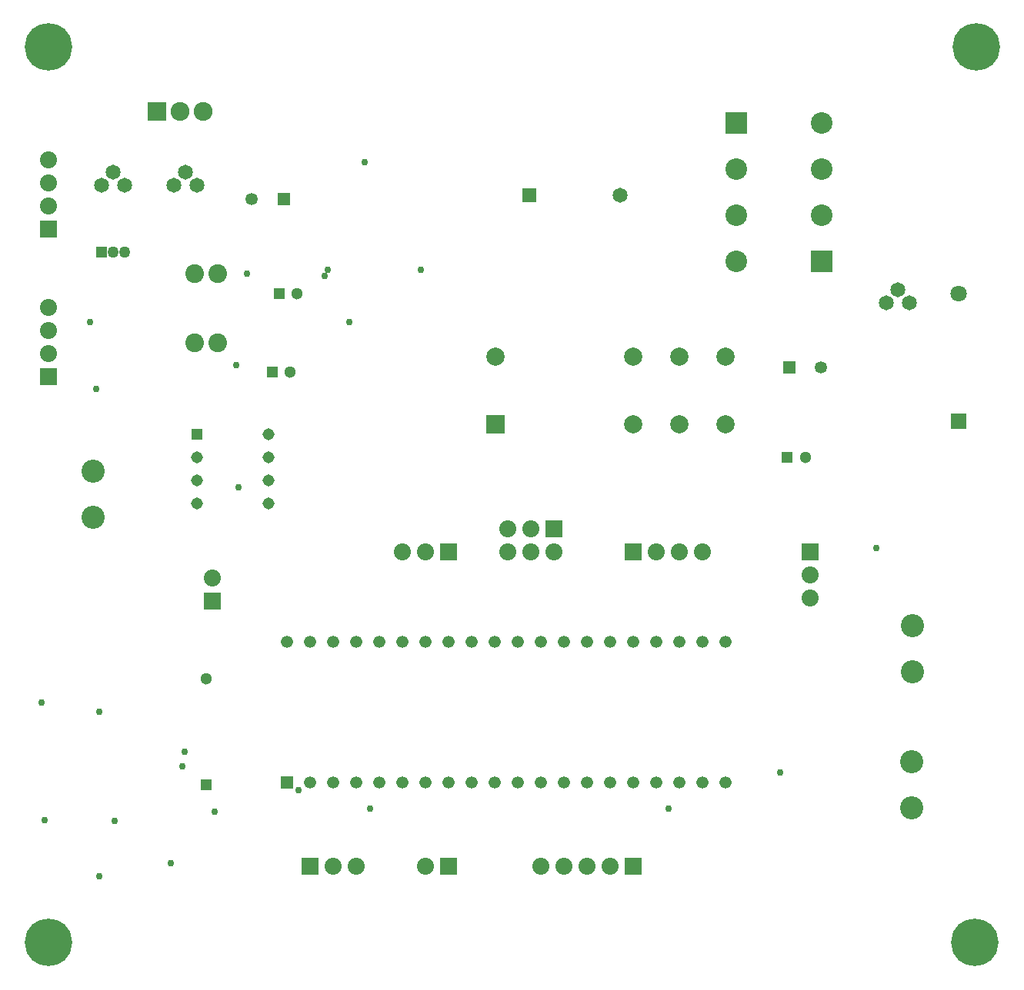
<source format=gbr>
G04*
G04 #@! TF.GenerationSoftware,Altium Limited,Altium Designer,22.4.2 (48)*
G04*
G04 Layer_Color=16711935*
%FSLAX25Y25*%
%MOIN*%
G70*
G04*
G04 #@! TF.SameCoordinates,C5E8B2FC-1F32-4D00-A684-16CD1971BE58*
G04*
G04*
G04 #@! TF.FilePolarity,Negative*
G04*
G01*
G75*
%ADD25C,0.20591*%
%ADD26C,0.06496*%
%ADD27R,0.07874X0.07874*%
%ADD28C,0.07874*%
%ADD29R,0.06496X0.06496*%
%ADD30C,0.07382*%
%ADD31R,0.07382X0.07382*%
%ADD32C,0.05252*%
%ADD33R,0.05252X0.05252*%
%ADD34R,0.07382X0.07382*%
%ADD35R,0.05118X0.05118*%
%ADD36C,0.05118*%
%ADD37R,0.05118X0.05118*%
%ADD38R,0.05315X0.05315*%
%ADD39C,0.05315*%
%ADD40C,0.05150*%
%ADD41R,0.05150X0.05150*%
%ADD42C,0.09390*%
%ADD43R,0.09390X0.09390*%
%ADD44C,0.10039*%
%ADD45C,0.07087*%
%ADD46R,0.07087X0.07087*%
%ADD47C,0.08150*%
%ADD48R,0.08150X0.08150*%
%ADD49C,0.05000*%
%ADD50R,0.05000X0.05000*%
%ADD51C,0.08091*%
%ADD52C,0.02953*%
D25*
X113000Y502000D02*
D03*
X514500Y113500D02*
D03*
X113000D02*
D03*
X515000Y502000D02*
D03*
D26*
X167500Y442000D02*
D03*
X172500Y447500D02*
D03*
X177500Y442000D02*
D03*
X136000Y442063D02*
D03*
X141000Y447563D02*
D03*
X146000Y442063D02*
D03*
X476000Y391000D02*
D03*
X481000Y396500D02*
D03*
X486000Y391000D02*
D03*
X360870Y437500D02*
D03*
D27*
X306665Y338236D02*
D03*
D28*
Y367764D02*
D03*
X386587Y338236D02*
D03*
X366587D02*
D03*
X406587D02*
D03*
Y367764D02*
D03*
X386587D02*
D03*
X366587D02*
D03*
D29*
X321500Y437500D02*
D03*
D30*
X396500Y283000D02*
D03*
X386500D02*
D03*
X376500D02*
D03*
X326500Y146500D02*
D03*
X336500D02*
D03*
X346500D02*
D03*
X356500D02*
D03*
X443000Y263000D02*
D03*
Y273000D02*
D03*
X266500Y283000D02*
D03*
X276500D02*
D03*
X332000D02*
D03*
X322000Y293000D02*
D03*
Y283000D02*
D03*
X312000Y293000D02*
D03*
Y283000D02*
D03*
X246500Y146500D02*
D03*
X236500D02*
D03*
X276500D02*
D03*
X113000Y389000D02*
D03*
Y379000D02*
D03*
Y369000D02*
D03*
Y453000D02*
D03*
Y443000D02*
D03*
Y433000D02*
D03*
X184000Y271500D02*
D03*
D31*
X366500Y283000D02*
D03*
Y146500D02*
D03*
X286500Y283000D02*
D03*
X332000Y293000D02*
D03*
X226500Y146500D02*
D03*
X286500D02*
D03*
D32*
X216500Y243874D02*
D03*
X226500D02*
D03*
X236500D02*
D03*
X246500D02*
D03*
X256500D02*
D03*
X266500D02*
D03*
X276500D02*
D03*
X286500D02*
D03*
X296500D02*
D03*
X306500D02*
D03*
X316500D02*
D03*
X326500D02*
D03*
X336500D02*
D03*
X346500D02*
D03*
X356500D02*
D03*
X366500D02*
D03*
X376500D02*
D03*
X386500D02*
D03*
X396500D02*
D03*
X406500D02*
D03*
Y183126D02*
D03*
X396500D02*
D03*
X386500D02*
D03*
X376500D02*
D03*
X366500D02*
D03*
X356500D02*
D03*
X346500D02*
D03*
X336500D02*
D03*
X326500D02*
D03*
X316500D02*
D03*
X306500D02*
D03*
X296500D02*
D03*
X286500D02*
D03*
X276500D02*
D03*
X266500D02*
D03*
X256500D02*
D03*
X246500D02*
D03*
X236500D02*
D03*
X226500D02*
D03*
D33*
X216500D02*
D03*
D34*
X443000Y283000D02*
D03*
X113000Y359000D02*
D03*
Y423000D02*
D03*
X184000Y261500D02*
D03*
D35*
X181500Y182000D02*
D03*
D36*
Y228063D02*
D03*
X220874Y395000D02*
D03*
X217874Y361000D02*
D03*
X441000Y324000D02*
D03*
D37*
X213000Y395000D02*
D03*
X210000Y361000D02*
D03*
X433126Y324000D02*
D03*
D38*
X215000Y436000D02*
D03*
X434000Y363000D02*
D03*
D39*
X201220Y436000D02*
D03*
X447780Y363000D02*
D03*
D40*
X208374Y334000D02*
D03*
Y324000D02*
D03*
Y314000D02*
D03*
Y304000D02*
D03*
X177626D02*
D03*
Y314000D02*
D03*
Y324000D02*
D03*
D41*
Y334000D02*
D03*
D42*
X448000Y469000D02*
D03*
Y449000D02*
D03*
Y429000D02*
D03*
X411000Y409000D02*
D03*
Y429000D02*
D03*
Y449000D02*
D03*
D43*
X448000Y409000D02*
D03*
X411000Y469000D02*
D03*
D44*
X487500Y231000D02*
D03*
Y251000D02*
D03*
X487000Y172000D02*
D03*
Y192000D02*
D03*
X132500Y318000D02*
D03*
Y298000D02*
D03*
D45*
X507500Y395000D02*
D03*
D46*
Y339488D02*
D03*
D47*
X180000Y474000D02*
D03*
X170000D02*
D03*
D48*
X160000D02*
D03*
D49*
X146000Y413000D02*
D03*
X141000D02*
D03*
D50*
X136000D02*
D03*
D51*
X176500Y373500D02*
D03*
X186500D02*
D03*
Y403500D02*
D03*
X176500D02*
D03*
D52*
X199000D02*
D03*
X194399Y364075D02*
D03*
X166200Y148000D02*
D03*
X131200Y382700D02*
D03*
X243600D02*
D03*
X250000Y452010D02*
D03*
X133800Y353700D02*
D03*
X232700Y402500D02*
D03*
X234000Y405300D02*
D03*
X274445D02*
D03*
X185055Y170245D02*
D03*
X111410Y166500D02*
D03*
X221500Y179500D02*
D03*
X110110Y217600D02*
D03*
X430100Y187400D02*
D03*
X135055Y142300D02*
D03*
X171300Y190000D02*
D03*
X141945Y166245D02*
D03*
X172100Y196400D02*
D03*
X195500Y311126D02*
D03*
X252400Y171800D02*
D03*
X471900Y284800D02*
D03*
X381800Y171800D02*
D03*
X135055Y213700D02*
D03*
M02*

</source>
